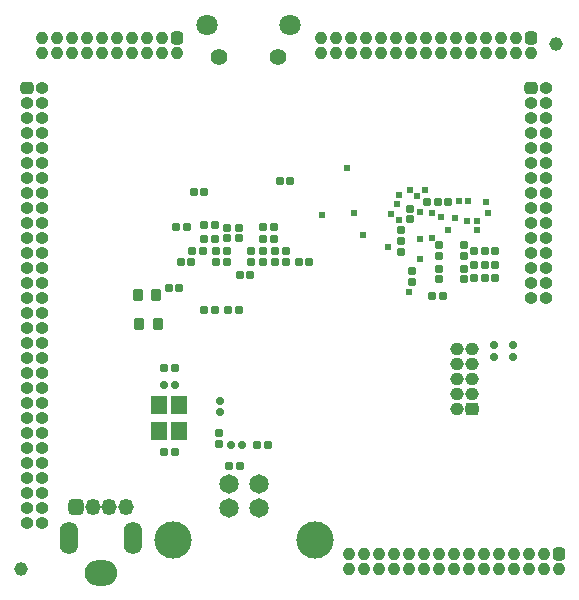
<source format=gbs>
G04*
G04 #@! TF.GenerationSoftware,Altium Limited,Altium Designer,19.1.6 (110)*
G04*
G04 Layer_Color=16711935*
%FSLAX25Y25*%
%MOIN*%
G70*
G01*
G75*
G04:AMPARAMS|DCode=44|XSize=35.5mil|YSize=39.43mil|CornerRadius=6.1mil|HoleSize=0mil|Usage=FLASHONLY|Rotation=0.000|XOffset=0mil|YOffset=0mil|HoleType=Round|Shape=RoundedRectangle|*
%AMROUNDEDRECTD44*
21,1,0.03550,0.02724,0,0,0.0*
21,1,0.02331,0.03943,0,0,0.0*
1,1,0.01219,0.01165,-0.01362*
1,1,0.01219,-0.01165,-0.01362*
1,1,0.01219,-0.01165,0.01362*
1,1,0.01219,0.01165,0.01362*
%
%ADD44ROUNDEDRECTD44*%
G04:AMPARAMS|DCode=52|XSize=25.68mil|YSize=27.65mil|CornerRadius=7.92mil|HoleSize=0mil|Usage=FLASHONLY|Rotation=270.000|XOffset=0mil|YOffset=0mil|HoleType=Round|Shape=RoundedRectangle|*
%AMROUNDEDRECTD52*
21,1,0.02568,0.01181,0,0,270.0*
21,1,0.00984,0.02765,0,0,270.0*
1,1,0.01584,-0.00591,-0.00492*
1,1,0.01584,-0.00591,0.00492*
1,1,0.01584,0.00591,0.00492*
1,1,0.01584,0.00591,-0.00492*
%
%ADD52ROUNDEDRECTD52*%
G04:AMPARAMS|DCode=53|XSize=25.68mil|YSize=25.68mil|CornerRadius=7.92mil|HoleSize=0mil|Usage=FLASHONLY|Rotation=270.000|XOffset=0mil|YOffset=0mil|HoleType=Round|Shape=RoundedRectangle|*
%AMROUNDEDRECTD53*
21,1,0.02568,0.00984,0,0,270.0*
21,1,0.00984,0.02568,0,0,270.0*
1,1,0.01584,-0.00492,-0.00492*
1,1,0.01584,-0.00492,0.00492*
1,1,0.01584,0.00492,0.00492*
1,1,0.01584,0.00492,-0.00492*
%
%ADD53ROUNDEDRECTD53*%
G04:AMPARAMS|DCode=56|XSize=25.68mil|YSize=27.65mil|CornerRadius=7.92mil|HoleSize=0mil|Usage=FLASHONLY|Rotation=180.000|XOffset=0mil|YOffset=0mil|HoleType=Round|Shape=RoundedRectangle|*
%AMROUNDEDRECTD56*
21,1,0.02568,0.01181,0,0,180.0*
21,1,0.00984,0.02765,0,0,180.0*
1,1,0.01584,-0.00492,0.00591*
1,1,0.01584,0.00492,0.00591*
1,1,0.01584,0.00492,-0.00591*
1,1,0.01584,-0.00492,-0.00591*
%
%ADD56ROUNDEDRECTD56*%
%ADD57O,0.04340X0.04143*%
G04:AMPARAMS|DCode=58|XSize=41.43mil|YSize=43.4mil|CornerRadius=11.86mil|HoleSize=0mil|Usage=FLASHONLY|Rotation=270.000|XOffset=0mil|YOffset=0mil|HoleType=Round|Shape=RoundedRectangle|*
%AMROUNDEDRECTD58*
21,1,0.04143,0.01968,0,0,270.0*
21,1,0.01772,0.04340,0,0,270.0*
1,1,0.02372,-0.00984,-0.00886*
1,1,0.02372,-0.00984,0.00886*
1,1,0.02372,0.00984,0.00886*
1,1,0.02372,0.00984,-0.00886*
%
%ADD58ROUNDEDRECTD58*%
%ADD59O,0.04143X0.04340*%
G04:AMPARAMS|DCode=60|XSize=41.43mil|YSize=43.4mil|CornerRadius=11.86mil|HoleSize=0mil|Usage=FLASHONLY|Rotation=180.000|XOffset=0mil|YOffset=0mil|HoleType=Round|Shape=RoundedRectangle|*
%AMROUNDEDRECTD60*
21,1,0.04143,0.01968,0,0,180.0*
21,1,0.01772,0.04340,0,0,180.0*
1,1,0.02372,-0.00886,0.00984*
1,1,0.02372,0.00886,0.00984*
1,1,0.02372,0.00886,-0.00984*
1,1,0.02372,-0.00886,-0.00984*
%
%ADD60ROUNDEDRECTD60*%
%ADD61C,0.05500*%
%ADD62C,0.07087*%
%ADD63O,0.04488X0.04291*%
G04:AMPARAMS|DCode=64|XSize=42.91mil|YSize=44.88mil|CornerRadius=12.11mil|HoleSize=0mil|Usage=FLASHONLY|Rotation=90.000|XOffset=0mil|YOffset=0mil|HoleType=Round|Shape=RoundedRectangle|*
%AMROUNDEDRECTD64*
21,1,0.04291,0.02067,0,0,90.0*
21,1,0.01870,0.04488,0,0,90.0*
1,1,0.02421,0.01034,0.00935*
1,1,0.02421,0.01034,-0.00935*
1,1,0.02421,-0.01034,-0.00935*
1,1,0.02421,-0.01034,0.00935*
%
%ADD64ROUNDEDRECTD64*%
%ADD65C,0.12411*%
%ADD66C,0.06506*%
%ADD67O,0.10836X0.08474*%
%ADD68O,0.06112X0.10836*%
G04:AMPARAMS|DCode=69|XSize=50.79mil|YSize=54.72mil|CornerRadius=14.57mil|HoleSize=0mil|Usage=FLASHONLY|Rotation=0.000|XOffset=0mil|YOffset=0mil|HoleType=Round|Shape=RoundedRectangle|*
%AMROUNDEDRECTD69*
21,1,0.05079,0.02559,0,0,0.0*
21,1,0.02165,0.05472,0,0,0.0*
1,1,0.02913,0.01083,-0.01280*
1,1,0.02913,-0.01083,-0.01280*
1,1,0.02913,-0.01083,0.01280*
1,1,0.02913,0.01083,0.01280*
%
%ADD69ROUNDEDRECTD69*%
%ADD70O,0.05079X0.05472*%
%ADD71C,0.04537*%
%ADD73C,0.02372*%
%ADD107R,0.05324X0.06112*%
G04:AMPARAMS|DCode=108|XSize=23.68mil|YSize=25.65mil|CornerRadius=6.04mil|HoleSize=0mil|Usage=FLASHONLY|Rotation=90.000|XOffset=0mil|YOffset=0mil|HoleType=Round|Shape=RoundedRectangle|*
%AMROUNDEDRECTD108*
21,1,0.02368,0.01358,0,0,90.0*
21,1,0.01161,0.02565,0,0,90.0*
1,1,0.01207,0.00679,0.00581*
1,1,0.01207,0.00679,-0.00581*
1,1,0.01207,-0.00679,-0.00581*
1,1,0.01207,-0.00679,0.00581*
%
%ADD108ROUNDEDRECTD108*%
G04:AMPARAMS|DCode=109|XSize=23.68mil|YSize=25.65mil|CornerRadius=6.04mil|HoleSize=0mil|Usage=FLASHONLY|Rotation=180.000|XOffset=0mil|YOffset=0mil|HoleType=Round|Shape=RoundedRectangle|*
%AMROUNDEDRECTD109*
21,1,0.02368,0.01358,0,0,180.0*
21,1,0.01161,0.02565,0,0,180.0*
1,1,0.01207,-0.00581,0.00679*
1,1,0.01207,0.00581,0.00679*
1,1,0.01207,0.00581,-0.00679*
1,1,0.01207,-0.00581,-0.00679*
%
%ADD109ROUNDEDRECTD109*%
D44*
X107874Y150394D02*
D03*
X114173D02*
D03*
X108268Y140945D02*
D03*
X114567D02*
D03*
D52*
X161614Y161417D02*
D03*
X165157D02*
D03*
X126575Y185039D02*
D03*
X130118D02*
D03*
X122244Y161417D02*
D03*
X125787D02*
D03*
X155315Y188583D02*
D03*
X158858D02*
D03*
X134055Y165354D02*
D03*
X137598D02*
D03*
X134055Y161417D02*
D03*
X137598D02*
D03*
X130161Y145669D02*
D03*
X133705D02*
D03*
X137992Y145669D02*
D03*
X141535D02*
D03*
X149803Y173228D02*
D03*
X153346D02*
D03*
X149803Y169291D02*
D03*
X153346D02*
D03*
X141929Y157087D02*
D03*
X145472D02*
D03*
X130118Y169291D02*
D03*
X133661D02*
D03*
X126181Y165354D02*
D03*
X129724D02*
D03*
X153740D02*
D03*
X157283D02*
D03*
X153740Y161417D02*
D03*
X157283D02*
D03*
X130118Y174016D02*
D03*
X133661D02*
D03*
X120669Y173228D02*
D03*
X124212D02*
D03*
X118307Y152756D02*
D03*
X121850D02*
D03*
X206102Y150074D02*
D03*
X209646D02*
D03*
X138386Y93701D02*
D03*
X141929D02*
D03*
X147835Y100394D02*
D03*
X151378D02*
D03*
X116732Y126060D02*
D03*
X120276D02*
D03*
X116732Y98075D02*
D03*
X120276D02*
D03*
X220079Y156299D02*
D03*
X223622D02*
D03*
X227165D02*
D03*
X220079Y160630D02*
D03*
X223622D02*
D03*
X227165D02*
D03*
X220079Y165354D02*
D03*
X223622D02*
D03*
X227165D02*
D03*
X204331Y181496D02*
D03*
X207874D02*
D03*
X211417D02*
D03*
D53*
X116535Y120591D02*
D03*
X120472D02*
D03*
D56*
X137795Y169488D02*
D03*
Y173031D02*
D03*
X141732Y169488D02*
D03*
Y173031D02*
D03*
X145669Y161614D02*
D03*
Y165157D02*
D03*
X149606Y161614D02*
D03*
Y165157D02*
D03*
X208268Y163583D02*
D03*
Y167126D02*
D03*
Y155709D02*
D03*
Y159252D02*
D03*
X216535Y163583D02*
D03*
Y167126D02*
D03*
Y155709D02*
D03*
Y159252D02*
D03*
X199213Y154921D02*
D03*
Y158465D02*
D03*
X198819Y175724D02*
D03*
Y179268D02*
D03*
X135039Y100984D02*
D03*
Y104528D02*
D03*
X195669Y164961D02*
D03*
Y168504D02*
D03*
Y172047D02*
D03*
D57*
X70984Y84685D02*
D03*
Y89685D02*
D03*
Y74685D02*
D03*
Y79685D02*
D03*
Y134685D02*
D03*
Y94685D02*
D03*
Y99685D02*
D03*
Y104685D02*
D03*
Y109685D02*
D03*
Y119685D02*
D03*
Y144685D02*
D03*
Y129685D02*
D03*
Y139685D02*
D03*
Y169685D02*
D03*
Y174685D02*
D03*
Y154685D02*
D03*
Y159685D02*
D03*
Y179685D02*
D03*
Y184685D02*
D03*
Y194685D02*
D03*
Y199685D02*
D03*
Y164685D02*
D03*
Y189685D02*
D03*
Y204685D02*
D03*
Y214685D02*
D03*
Y209685D02*
D03*
X75984Y89685D02*
D03*
Y94685D02*
D03*
Y74685D02*
D03*
Y79685D02*
D03*
X70984Y114685D02*
D03*
Y124685D02*
D03*
X75984Y99685D02*
D03*
Y104685D02*
D03*
Y114685D02*
D03*
Y119685D02*
D03*
Y84685D02*
D03*
Y109685D02*
D03*
Y124685D02*
D03*
Y129685D02*
D03*
Y139685D02*
D03*
Y134685D02*
D03*
Y144685D02*
D03*
X70984Y149685D02*
D03*
X75984D02*
D03*
Y154685D02*
D03*
Y169685D02*
D03*
Y174685D02*
D03*
Y159685D02*
D03*
Y164685D02*
D03*
Y189685D02*
D03*
Y194685D02*
D03*
Y179685D02*
D03*
Y184685D02*
D03*
Y214685D02*
D03*
Y219685D02*
D03*
Y199685D02*
D03*
Y209685D02*
D03*
Y204685D02*
D03*
X238976Y154685D02*
D03*
Y149685D02*
D03*
Y159685D02*
D03*
Y164685D02*
D03*
Y169685D02*
D03*
Y179685D02*
D03*
Y199685D02*
D03*
Y194685D02*
D03*
Y209685D02*
D03*
Y189685D02*
D03*
Y214685D02*
D03*
X243976Y154685D02*
D03*
Y149685D02*
D03*
X238976Y174685D02*
D03*
X243976Y159685D02*
D03*
Y169685D02*
D03*
Y164685D02*
D03*
Y174685D02*
D03*
Y179685D02*
D03*
X238976Y184685D02*
D03*
X243976D02*
D03*
X238976Y204685D02*
D03*
X243976Y189685D02*
D03*
Y194685D02*
D03*
Y204685D02*
D03*
Y199685D02*
D03*
Y219685D02*
D03*
Y209685D02*
D03*
Y214685D02*
D03*
D58*
X70984Y219685D02*
D03*
X238976D02*
D03*
D59*
X80984Y231221D02*
D03*
X75984D02*
D03*
X90984D02*
D03*
X85984D02*
D03*
X75984Y236221D02*
D03*
X80984D02*
D03*
X85984D02*
D03*
X90984D02*
D03*
X95984D02*
D03*
X105984Y231221D02*
D03*
X95984D02*
D03*
X100984D02*
D03*
X110984D02*
D03*
X115984D02*
D03*
X120984D02*
D03*
X110984Y236221D02*
D03*
X100984D02*
D03*
X105984D02*
D03*
X115984D02*
D03*
X183228Y59055D02*
D03*
X188228D02*
D03*
X178228D02*
D03*
X203228D02*
D03*
X208228D02*
D03*
X193228D02*
D03*
X188228Y64055D02*
D03*
X193228D02*
D03*
X178228D02*
D03*
X183228D02*
D03*
X198228D02*
D03*
Y59055D02*
D03*
X208228Y64055D02*
D03*
X203228D02*
D03*
X223228Y59055D02*
D03*
X228228D02*
D03*
X213228D02*
D03*
X218228D02*
D03*
X233228D02*
D03*
X238228D02*
D03*
X243228D02*
D03*
X248228D02*
D03*
X228228Y64055D02*
D03*
X233228D02*
D03*
X213228D02*
D03*
X223228D02*
D03*
X218228D02*
D03*
X238228D02*
D03*
X243228D02*
D03*
X173976Y231221D02*
D03*
X178976D02*
D03*
X168976D02*
D03*
X193976D02*
D03*
X198976D02*
D03*
X183976D02*
D03*
X178976Y236221D02*
D03*
X183976D02*
D03*
X168976D02*
D03*
X173976D02*
D03*
X188976D02*
D03*
Y231221D02*
D03*
X198976Y236221D02*
D03*
X193976D02*
D03*
X213976Y231221D02*
D03*
X218976D02*
D03*
X203976D02*
D03*
X208976D02*
D03*
X223976D02*
D03*
X228976D02*
D03*
X233976D02*
D03*
X238976D02*
D03*
X218976Y236221D02*
D03*
X223976D02*
D03*
X203976D02*
D03*
X213976D02*
D03*
X208976D02*
D03*
X228976D02*
D03*
X233976D02*
D03*
D60*
X120984D02*
D03*
X248228Y64055D02*
D03*
X238976Y236221D02*
D03*
D61*
X135039Y229921D02*
D03*
X154724D02*
D03*
D62*
X131102Y240551D02*
D03*
X158661D02*
D03*
D63*
X214291Y112441D02*
D03*
Y122441D02*
D03*
Y127441D02*
D03*
Y117441D02*
D03*
Y132441D02*
D03*
X219291Y117441D02*
D03*
Y122441D02*
D03*
Y127441D02*
D03*
Y132441D02*
D03*
D64*
Y112441D02*
D03*
D65*
X119606Y68898D02*
D03*
X167008D02*
D03*
D66*
X138386Y87441D02*
D03*
Y79567D02*
D03*
X148228D02*
D03*
Y87441D02*
D03*
D67*
X95669Y57874D02*
D03*
D68*
X85039Y69685D02*
D03*
X106299D02*
D03*
D69*
X87402Y79921D02*
D03*
D70*
X92913D02*
D03*
X98425D02*
D03*
X103937D02*
D03*
D71*
X247244Y234252D02*
D03*
X68898Y59055D02*
D03*
D73*
X201181Y183628D02*
D03*
X203543Y185433D02*
D03*
X198819D02*
D03*
X198425Y151575D02*
D03*
X205906Y169685D02*
D03*
X224019Y181496D02*
D03*
X214961Y181890D02*
D03*
X218110Y181869D02*
D03*
X211417Y172047D02*
D03*
X183071Y170472D02*
D03*
X205906Y177953D02*
D03*
X213844Y176048D02*
D03*
X201968Y162598D02*
D03*
X201927Y169110D02*
D03*
X209055Y176378D02*
D03*
X194882Y183858D02*
D03*
X192520Y177559D02*
D03*
X194488Y180709D02*
D03*
X191339Y166535D02*
D03*
X179921Y177952D02*
D03*
X194881Y175590D02*
D03*
X201969Y178347D02*
D03*
X177559Y192913D02*
D03*
X220866Y175197D02*
D03*
X224803Y177952D02*
D03*
X220866Y172047D02*
D03*
X217677Y175237D02*
D03*
X169291Y177165D02*
D03*
D107*
X115157Y105118D02*
D03*
Y113779D02*
D03*
X121850Y105118D02*
D03*
Y113779D02*
D03*
D108*
X233071Y130020D02*
D03*
Y133760D02*
D03*
X226772Y130020D02*
D03*
Y133760D02*
D03*
X135433Y111516D02*
D03*
Y115256D02*
D03*
D109*
X139075Y100394D02*
D03*
X142815D02*
D03*
M02*

</source>
